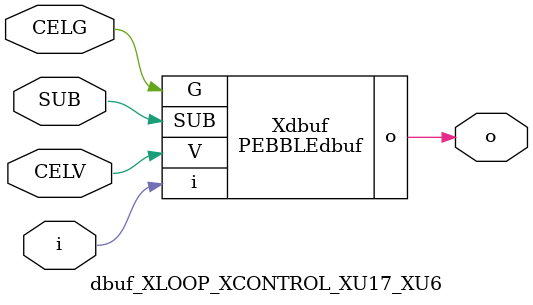
<source format=v>



module PEBBLEdbuf ( o, G, SUB, V, i );

  input V;
  input i;
  input G;
  output o;
  input SUB;
endmodule

//Celera Confidential Do Not Copy dbuf_XLOOP_XCONTROL_XU17_XU6
//Celera Confidential Symbol Generator
//Digital Buffer
module dbuf_XLOOP_XCONTROL_XU17_XU6 (CELV,CELG,i,o,SUB);
input CELV;
input CELG;
input i;
input SUB;
output o;

//Celera Confidential Do Not Copy dbuf
PEBBLEdbuf Xdbuf(
.V (CELV),
.i (i),
.o (o),
.SUB (SUB),
.G (CELG)
);
//,diesize,PEBBLEdbuf

//Celera Confidential Do Not Copy Module End
//Celera Schematic Generator
endmodule

</source>
